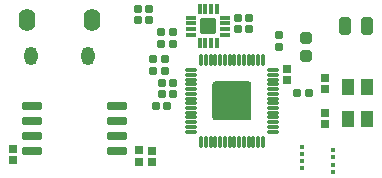
<source format=gts>
%TF.GenerationSoftware,KiCad,Pcbnew,(6.0.9)*%
%TF.CreationDate,2023-01-06T22:41:28-05:00*%
%TF.ProjectId,Doom Keycap,446f6f6d-204b-4657-9963-61702e6b6963,REV1*%
%TF.SameCoordinates,Original*%
%TF.FileFunction,Soldermask,Top*%
%TF.FilePolarity,Negative*%
%FSLAX46Y46*%
G04 Gerber Fmt 4.6, Leading zero omitted, Abs format (unit mm)*
G04 Created by KiCad (PCBNEW (6.0.9)) date 2023-01-06 22:41:28*
%MOMM*%
%LPD*%
G01*
G04 APERTURE LIST*
G04 Aperture macros list*
%AMRoundRect*
0 Rectangle with rounded corners*
0 $1 Rounding radius*
0 $2 $3 $4 $5 $6 $7 $8 $9 X,Y pos of 4 corners*
0 Add a 4 corners polygon primitive as box body*
4,1,4,$2,$3,$4,$5,$6,$7,$8,$9,$2,$3,0*
0 Add four circle primitives for the rounded corners*
1,1,$1+$1,$2,$3*
1,1,$1+$1,$4,$5*
1,1,$1+$1,$6,$7*
1,1,$1+$1,$8,$9*
0 Add four rect primitives between the rounded corners*
20,1,$1+$1,$2,$3,$4,$5,0*
20,1,$1+$1,$4,$5,$6,$7,0*
20,1,$1+$1,$6,$7,$8,$9,0*
20,1,$1+$1,$8,$9,$2,$3,0*%
G04 Aperture macros list end*
%ADD10RoundRect,0.198500X0.147500X0.172500X-0.147500X0.172500X-0.147500X-0.172500X0.147500X-0.172500X0*%
%ADD11RoundRect,0.198500X-0.172500X0.147500X-0.172500X-0.147500X0.172500X-0.147500X0.172500X0.147500X0*%
%ADD12RoundRect,0.198500X0.172500X-0.147500X0.172500X0.147500X-0.172500X0.147500X-0.172500X-0.147500X0*%
%ADD13RoundRect,0.201000X0.650000X0.150000X-0.650000X0.150000X-0.650000X-0.150000X0.650000X-0.150000X0*%
%ADD14RoundRect,0.198500X-0.147500X-0.172500X0.147500X-0.172500X0.147500X0.172500X-0.147500X0.172500X0*%
%ADD15RoundRect,0.101000X0.050000X-0.387500X0.050000X0.387500X-0.050000X0.387500X-0.050000X-0.387500X0*%
%ADD16RoundRect,0.101000X0.387500X-0.050000X0.387500X0.050000X-0.387500X0.050000X-0.387500X-0.050000X0*%
%ADD17RoundRect,0.195000X1.456000X-1.456000X1.456000X1.456000X-1.456000X1.456000X-1.456000X-1.456000X0*%
%ADD18RoundRect,0.051000X0.495300X-0.622300X0.495300X0.622300X-0.495300X0.622300X-0.495300X-0.622300X0*%
%ADD19RoundRect,0.294750X0.243750X0.456250X-0.243750X0.456250X-0.243750X-0.456250X0.243750X-0.456250X0*%
%ADD20RoundRect,0.191000X-0.170000X0.140000X-0.170000X-0.140000X0.170000X-0.140000X0.170000X0.140000X0*%
%ADD21RoundRect,0.191000X0.140000X0.170000X-0.140000X0.170000X-0.140000X-0.170000X0.140000X-0.170000X0*%
%ADD22RoundRect,0.051000X-0.406400X0.127000X-0.406400X-0.127000X0.406400X-0.127000X0.406400X0.127000X0*%
%ADD23RoundRect,0.051000X0.127000X0.406400X-0.127000X0.406400X-0.127000X-0.406400X0.127000X-0.406400X0*%
%ADD24RoundRect,0.051000X0.622300X0.622300X-0.622300X0.622300X-0.622300X-0.622300X0.622300X-0.622300X0*%
%ADD25RoundRect,0.186000X-0.185000X0.135000X-0.185000X-0.135000X0.185000X-0.135000X0.185000X0.135000X0*%
%ADD26RoundRect,0.269750X0.256250X-0.218750X0.256250X0.218750X-0.256250X0.218750X-0.256250X-0.218750X0*%
%ADD27RoundRect,0.051000X0.152400X-0.127000X0.152400X0.127000X-0.152400X0.127000X-0.152400X-0.127000X0*%
%ADD28O,1.152000X1.552000*%
%ADD29O,1.402000X1.902000*%
G04 APERTURE END LIST*
D10*
X169890000Y-84000000D03*
X168920000Y-84000000D03*
X169890000Y-85000000D03*
X168920000Y-85000000D03*
D11*
X157090000Y-91630000D03*
X157090000Y-92600000D03*
D12*
X167715000Y-92720000D03*
X167715000Y-91750000D03*
D13*
X165840000Y-91770000D03*
X165840000Y-90500000D03*
X165840000Y-89230000D03*
X165840000Y-87960000D03*
X158640000Y-87960000D03*
X158640000Y-89230000D03*
X158640000Y-90500000D03*
X158640000Y-91770000D03*
D12*
X183496545Y-86552361D03*
X183496545Y-85582361D03*
D11*
X168840000Y-91765000D03*
X168840000Y-92735000D03*
D14*
X169630000Y-87012500D03*
X170600000Y-87012500D03*
D12*
X180246581Y-85808972D03*
X180246581Y-84838972D03*
D15*
X172990000Y-91000000D03*
X173390000Y-91000000D03*
X173790000Y-91000000D03*
X174190000Y-91000000D03*
X174590000Y-91000000D03*
X174990000Y-91000000D03*
X175390000Y-91000000D03*
X175790000Y-91000000D03*
X176190000Y-91000000D03*
X176590000Y-91000000D03*
X176990000Y-91000000D03*
X177390000Y-91000000D03*
X177790000Y-91000000D03*
X178190000Y-91000000D03*
D16*
X179027500Y-90162500D03*
X179027500Y-89762500D03*
X179027500Y-89362500D03*
X179027500Y-88962500D03*
X179027500Y-88562500D03*
X179027500Y-88162500D03*
X179027500Y-87762500D03*
X179027500Y-87362500D03*
X179027500Y-86962500D03*
X179027500Y-86562500D03*
X179027500Y-86162500D03*
X179027500Y-85762500D03*
X179027500Y-85362500D03*
X179027500Y-84962500D03*
D15*
X178190000Y-84125000D03*
X177790000Y-84125000D03*
X177390000Y-84125000D03*
X176990000Y-84125000D03*
X176590000Y-84125000D03*
X176190000Y-84125000D03*
X175790000Y-84125000D03*
X175390000Y-84125000D03*
X174990000Y-84125000D03*
X174590000Y-84125000D03*
X174190000Y-84125000D03*
X173790000Y-84125000D03*
X173390000Y-84125000D03*
X172990000Y-84125000D03*
D16*
X172152500Y-84962500D03*
X172152500Y-85362500D03*
X172152500Y-85762500D03*
X172152500Y-86162500D03*
X172152500Y-86562500D03*
X172152500Y-86962500D03*
X172152500Y-87362500D03*
X172152500Y-87762500D03*
X172152500Y-88162500D03*
X172152500Y-88562500D03*
X172152500Y-88962500D03*
X172152500Y-89362500D03*
X172152500Y-89762500D03*
X172152500Y-90162500D03*
D17*
X175590000Y-87562500D03*
D11*
X183496545Y-88552361D03*
X183496545Y-89522361D03*
D14*
X169630000Y-86012500D03*
X170600000Y-86012500D03*
D10*
X170123630Y-88010899D03*
X169153630Y-88010899D03*
D14*
X181126545Y-86852361D03*
X182096545Y-86852361D03*
D18*
X187015000Y-89134300D03*
X185415000Y-86365700D03*
X185415000Y-89134300D03*
X187015000Y-86365700D03*
D19*
X187027500Y-81250000D03*
X185152500Y-81250000D03*
D20*
X167590000Y-79770000D03*
X167590000Y-80730000D03*
D21*
X170570000Y-82750000D03*
X169610000Y-82750000D03*
D20*
X168590000Y-79750000D03*
X168590000Y-80710000D03*
D21*
X177070000Y-80500000D03*
X176110000Y-80500000D03*
D22*
X175037800Y-82000001D03*
X175037800Y-81500000D03*
X175037800Y-81000000D03*
X175037800Y-80499999D03*
D23*
X174340001Y-79802200D03*
X173840000Y-79802200D03*
X173340000Y-79802200D03*
X172839999Y-79802200D03*
D22*
X172142200Y-80499999D03*
X172142200Y-81000000D03*
X172142200Y-81500000D03*
X172142200Y-82000001D03*
D23*
X172839999Y-82697800D03*
X173340000Y-82697800D03*
X173840000Y-82697800D03*
X174340001Y-82697800D03*
D24*
X173590000Y-81250000D03*
D25*
X179590000Y-81990000D03*
X179590000Y-83010000D03*
D26*
X181840000Y-83787500D03*
X181840000Y-82212500D03*
D21*
X170570000Y-81750000D03*
X169610000Y-81750000D03*
D27*
X184165400Y-93549999D03*
X181514600Y-93250001D03*
X184165400Y-92949997D03*
X181514600Y-92649999D03*
X184165400Y-92349999D03*
X181514600Y-92050001D03*
X184165400Y-91750000D03*
X181514600Y-91450002D03*
D21*
X177070000Y-81500000D03*
X176110000Y-81500000D03*
D28*
X163415000Y-83730000D03*
D29*
X158265000Y-80700000D03*
X163715000Y-80700000D03*
D28*
X158565000Y-83730000D03*
M02*

</source>
